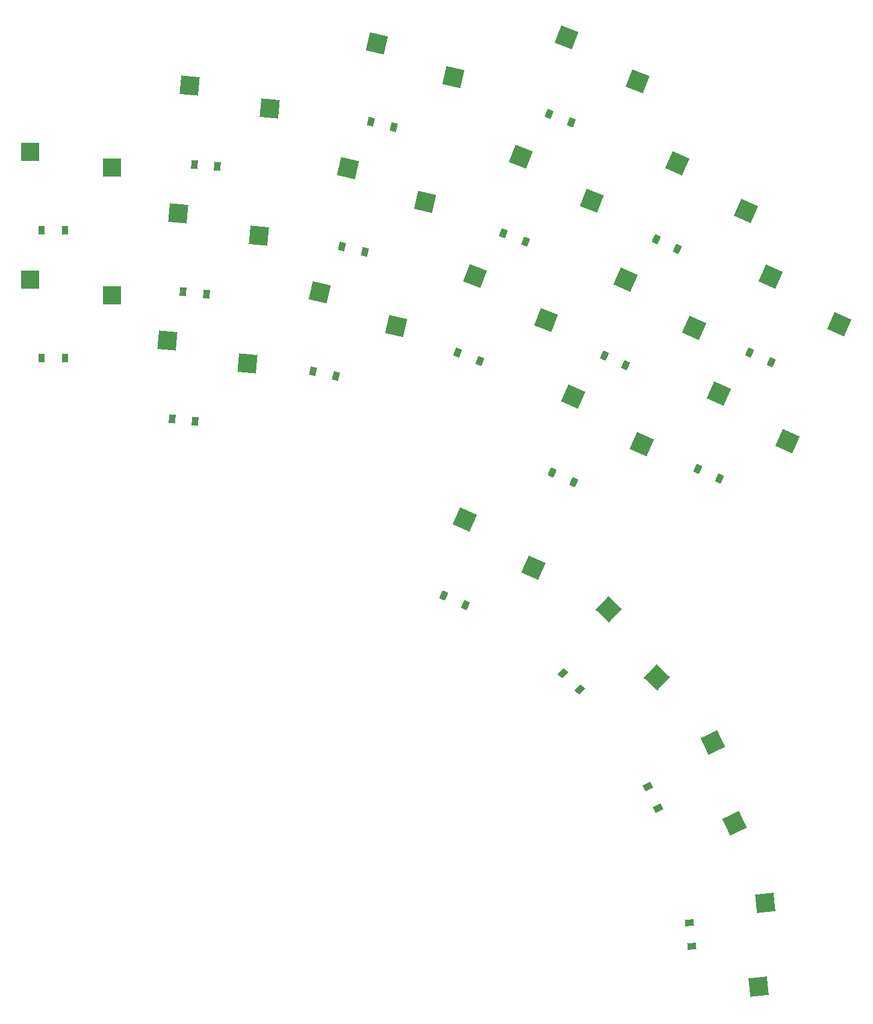
<source format=gbr>
%TF.GenerationSoftware,KiCad,Pcbnew,8.0.4*%
%TF.CreationDate,2024-09-03T17:33:54-06:00*%
%TF.ProjectId,swallowtail_split_rev2,7377616c-6c6f-4777-9461-696c5f73706c,v1.0.0*%
%TF.SameCoordinates,Original*%
%TF.FileFunction,Paste,Bot*%
%TF.FilePolarity,Positive*%
%FSLAX46Y46*%
G04 Gerber Fmt 4.6, Leading zero omitted, Abs format (unit mm)*
G04 Created by KiCad (PCBNEW 8.0.4) date 2024-09-03 17:33:54*
%MOMM*%
%LPD*%
G01*
G04 APERTURE LIST*
G04 Aperture macros list*
%AMRotRect*
0 Rectangle, with rotation*
0 The origin of the aperture is its center*
0 $1 length*
0 $2 width*
0 $3 Rotation angle, in degrees counterclockwise*
0 Add horizontal line*
21,1,$1,$2,0,0,$3*%
G04 Aperture macros list end*
%ADD10R,2.600000X2.600000*%
%ADD11RotRect,2.600000X2.600000X355.000000*%
%ADD12RotRect,2.600000X2.600000X347.000000*%
%ADD13RotRect,2.600000X2.600000X339.000000*%
%ADD14RotRect,2.600000X2.600000X336.000000*%
%ADD15RotRect,2.600000X2.600000X316.000000*%
%ADD16RotRect,2.600000X2.600000X296.000000*%
%ADD17RotRect,2.600000X2.600000X276.000000*%
%ADD18R,0.900000X1.200000*%
%ADD19RotRect,0.900000X1.200000X355.000000*%
%ADD20RotRect,0.900000X1.200000X347.000000*%
%ADD21RotRect,0.900000X1.200000X339.000000*%
%ADD22RotRect,0.900000X1.200000X336.000000*%
%ADD23RotRect,0.900000X1.200000X316.000000*%
%ADD24RotRect,0.900000X1.200000X296.000000*%
%ADD25RotRect,0.900000X1.200000X276.000000*%
G04 APERTURE END LIST*
D10*
%TO.C,S1*%
X96725000Y-76100000D03*
X108275000Y-78300000D03*
%TD*%
%TO.C,S2*%
X96725000Y-58150000D03*
X108275000Y-60350000D03*
%TD*%
D11*
%TO.C,S3*%
X116017506Y-84598622D03*
X127331812Y-87796900D03*
%TD*%
%TO.C,S4*%
X117581952Y-66716927D03*
X128896258Y-69915205D03*
%TD*%
%TO.C,S5*%
X119146397Y-48835232D03*
X130460703Y-52033510D03*
%TD*%
D12*
%TO.C,S6*%
X137438069Y-77859334D03*
X148197151Y-82601133D03*
%TD*%
%TO.C,S7*%
X141475940Y-60369392D03*
X152235022Y-65111191D03*
%TD*%
%TO.C,S8*%
X145513812Y-42879449D03*
X156272894Y-47621248D03*
%TD*%
D13*
%TO.C,S9*%
X159277662Y-75511430D03*
X169272107Y-81704457D03*
%TD*%
%TO.C,S10*%
X165710367Y-58753661D03*
X175704812Y-64946688D03*
%TD*%
%TO.C,S11*%
X172143071Y-41995893D03*
X182137516Y-48188920D03*
%TD*%
D14*
%TO.C,S12*%
X173139402Y-92488906D03*
X182796031Y-99196514D03*
%TD*%
%TO.C,S13*%
X180440324Y-76090765D03*
X190096953Y-82798373D03*
%TD*%
%TO.C,S14*%
X187741247Y-59692624D03*
X197397876Y-66400232D03*
%TD*%
%TO.C,S15*%
X193598938Y-92020011D03*
X203255567Y-98727619D03*
%TD*%
%TO.C,S16*%
X200899861Y-75621870D03*
X210556490Y-82329478D03*
%TD*%
%TO.C,S17*%
X157887732Y-109780423D03*
X167544361Y-116488031D03*
%TD*%
D15*
%TO.C,S18*%
X178074641Y-122338905D03*
X184854768Y-131944757D03*
%TD*%
D16*
%TO.C,S19*%
X192748877Y-141044347D03*
X195834717Y-152389835D03*
%TD*%
D17*
%TO.C,S20*%
X200140511Y-163640597D03*
X199159866Y-175357288D03*
%TD*%
D18*
%TO.C,D1*%
X101650000Y-87050000D03*
X98350000Y-87050000D03*
%TD*%
%TO.C,D2*%
X101650000Y-69100000D03*
X98350000Y-69100000D03*
%TD*%
D19*
%TO.C,D3*%
X119969410Y-95936196D03*
X116681968Y-95648582D03*
%TD*%
%TO.C,D4*%
X121533855Y-78054502D03*
X118246413Y-77766888D03*
%TD*%
%TO.C,D5*%
X123098301Y-60172807D03*
X119810859Y-59885193D03*
%TD*%
D20*
%TO.C,D6*%
X139773628Y-89636571D03*
X136558206Y-88894233D03*
%TD*%
%TO.C,D7*%
X143811499Y-72146628D03*
X140596077Y-71404290D03*
%TD*%
%TO.C,D8*%
X147849370Y-54656685D03*
X144633948Y-53914347D03*
%TD*%
D21*
%TO.C,D9*%
X159951417Y-87499098D03*
X156870601Y-86316484D03*
%TD*%
%TO.C,D10*%
X166384122Y-70741329D03*
X163303306Y-69558715D03*
%TD*%
%TO.C,D11*%
X172816827Y-53983561D03*
X169736011Y-52800947D03*
%TD*%
D22*
%TO.C,D12*%
X173184846Y-104495406D03*
X170170146Y-103153176D03*
%TD*%
%TO.C,D13*%
X180485769Y-88097265D03*
X177471069Y-86755035D03*
%TD*%
%TO.C,D14*%
X187786692Y-71699124D03*
X184771992Y-70356894D03*
%TD*%
%TO.C,D15*%
X193644383Y-104026511D03*
X190629683Y-102684281D03*
%TD*%
%TO.C,D16*%
X200945306Y-87628370D03*
X197930606Y-86286140D03*
%TD*%
%TO.C,D17*%
X157933177Y-121786923D03*
X154918477Y-120444693D03*
%TD*%
D23*
%TO.C,D18*%
X174010881Y-133636868D03*
X171637059Y-131344496D03*
%TD*%
D24*
%TO.C,D19*%
X185066060Y-150271072D03*
X183619436Y-147305052D03*
%TD*%
D25*
%TO.C,D20*%
X189765298Y-169683204D03*
X189420354Y-166401282D03*
%TD*%
M02*

</source>
